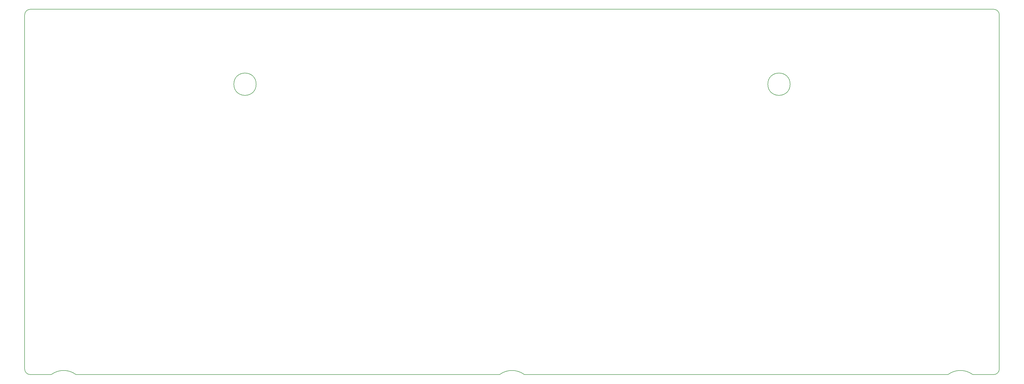
<source format=gbr>
%TF.GenerationSoftware,KiCad,Pcbnew,(7.0.0-rc2-153-g7d6218acb4)*%
%TF.CreationDate,2023-02-19T18:31:40+05:30*%
%TF.ProjectId,ncr-pcb,6e63722d-7063-4622-9e6b-696361645f70,rev?*%
%TF.SameCoordinates,Original*%
%TF.FileFunction,Profile,NP*%
%FSLAX46Y46*%
G04 Gerber Fmt 4.6, Leading zero omitted, Abs format (unit mm)*
G04 Created by KiCad (PCBNEW (7.0.0-rc2-153-g7d6218acb4)) date 2023-02-19 18:31:40*
%MOMM*%
%LPD*%
G01*
G04 APERTURE LIST*
%TA.AperFunction,Profile*%
%ADD10C,0.200000*%
%TD*%
G04 APERTURE END LIST*
D10*
X171773535Y-132557421D02*
X19904786Y-132557421D01*
X3500022Y-1599997D02*
X348920172Y-1599997D01*
X1500022Y-130557421D02*
X1500022Y-3599997D01*
X332517290Y-132557421D02*
X180651790Y-132557421D01*
X11033028Y-132557421D02*
X3500022Y-132557421D01*
X180651789Y-132557422D02*
G75*
G03*
X171773535Y-132557422I-4439127J-5895314D01*
G01*
X341395544Y-132557422D02*
G75*
G03*
X332517290Y-132557422I-4439127J-5895314D01*
G01*
X19904785Y-132557422D02*
G75*
G03*
X11033029Y-132557422I-4435878J-5895316D01*
G01*
X350920103Y-3599997D02*
G75*
G03*
X348920172Y-1599997I-1999903J97D01*
G01*
X3500022Y-1599997D02*
G75*
G03*
X1500022Y-3599997I-1J-1999999D01*
G01*
X350920172Y-3599997D02*
X350920172Y-130557421D01*
X84493895Y-28459392D02*
G75*
G03*
X84493895Y-28459392I-4000000J0D01*
G01*
X348920172Y-132557421D02*
X341395545Y-132557421D01*
X348920172Y-132557472D02*
G75*
G03*
X350920172Y-130557421I-72J2000072D01*
G01*
X1500019Y-130557421D02*
G75*
G03*
X3500022Y-132557421I2000001J1D01*
G01*
X275931432Y-28459392D02*
G75*
G03*
X275931432Y-28459392I-4000000J0D01*
G01*
M02*

</source>
